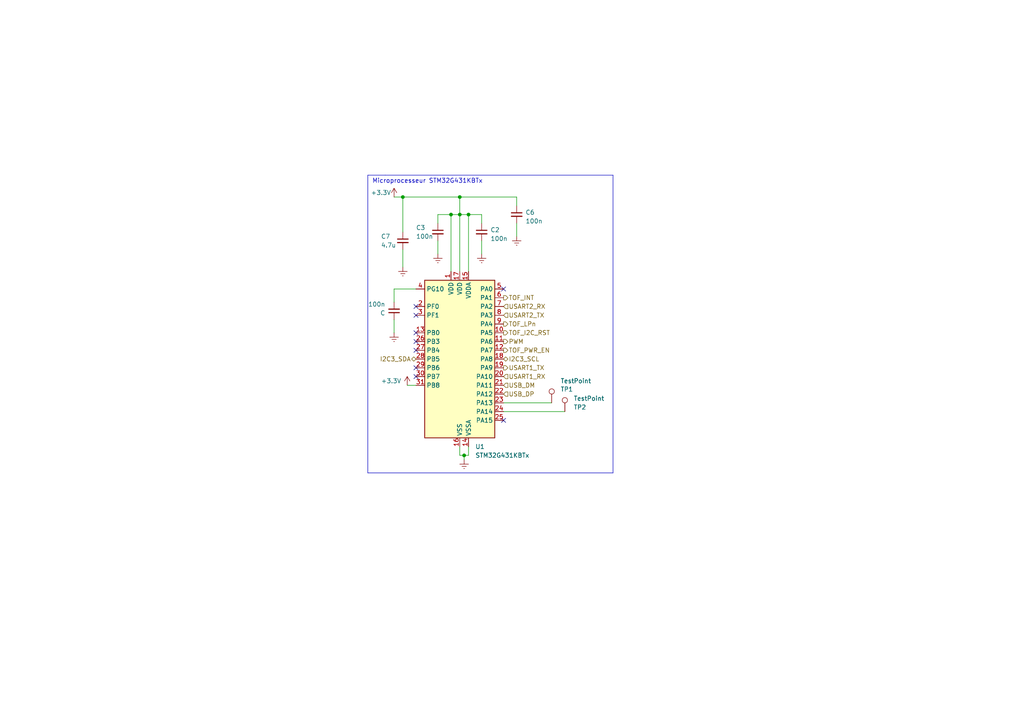
<source format=kicad_sch>
(kicad_sch (version 20230121) (generator eeschema)
  (paper "A4")
  (lib_symbols
    (symbol "Connector:TestPoint" (pin_numbers hide) (pin_names (offset 0.762) hide)
      (property "Reference" "TP" (at 0 6.858 0))
      (property "Value" "TestPoint" (at 0 5.08 0))
      (symbol "TestPoint_0_1"
        (circle (center 0 3.302) (radius 0.762))
      )
      (symbol "TestPoint_1_1"
        (pin passive line (at 0 0 90) (length 2.54) (name "1") (number "1"))
      )
    )
    (symbol "Device:C_Small" (pin_numbers hide) (pin_names (offset 0.254) hide)
      (property "Reference" "C" (at 0.254 1.778 0))
      (property "Value" "C_Small" (at 0.254 -2.032 0))
      (symbol "C_Small_0_1"
        (polyline (pts (xy -1.524 -0.508) (xy 1.524 -0.508)) (stroke (width 0.3302)))
        (polyline (pts (xy -1.524 0.508) (xy 1.524 0.508)) (stroke (width 0.3048)))
      )
      (symbol "C_Small_1_1"
        (pin passive line (at 0 2.54 270) (length 2.032) (name "~") (number "1"))
        (pin passive line (at 0 -2.54 90) (length 2.032) (name "~") (number "2"))
      )
    )
    (symbol "MCU_ST_STM32G4:STM32G431KBTx"
      (property "Reference" "U" (at -10.16 24.13 0))
      (property "Value" "STM32G431KBTx" (at 5.08 24.13 0))
      (symbol "STM32G431KBTx_0_1"
        (rectangle (start -10.16 -22.86) (end 10.16 22.86) (stroke (width 0.254)) (fill (type background)))
      )
      (symbol "STM32G431KBTx_1_1"
        (pin power_in line (at -2.54 25.4 270) (length 2.54) (name "VDD") (number "1"))
        (pin bidirectional line (at 12.7 7.62 180) (length 2.54) (name "PA5") (number "10"))
        (pin bidirectional line (at 12.7 5.08 180) (length 2.54) (name "PA6") (number "11"))
        (pin bidirectional line (at 12.7 2.54 180) (length 2.54) (name "PA7") (number "12"))
        (pin bidirectional line (at -12.7 7.62 0) (length 2.54) (name "PB0") (number "13"))
        (pin power_in line (at 2.54 -25.4 90) (length 2.54) (name "VSSA") (number "14"))
        (pin power_in line (at 2.54 25.4 270) (length 2.54) (name "VDDA") (number "15"))
        (pin power_in line (at 0 -25.4 90) (length 2.54) (name "VSS") (number "16"))
        (pin power_in line (at 0 25.4 270) (length 2.54) (name "VDD") (number "17"))
        (pin bidirectional line (at 12.7 0 180) (length 2.54) (name "PA8") (number "18"))
        (pin bidirectional line (at 12.7 -2.54 180) (length 2.54) (name "PA9") (number "19"))
        (pin bidirectional line (at -12.7 15.24 0) (length 2.54) (name "PF0") (number "2"))
        (pin bidirectional line (at 12.7 -5.08 180) (length 2.54) (name "PA10") (number "20"))
        (pin bidirectional line (at 12.7 -7.62 180) (length 2.54) (name "PA11") (number "21"))
        (pin bidirectional line (at 12.7 -10.16 180) (length 2.54) (name "PA12") (number "22"))
        (pin bidirectional line (at 12.7 -12.7 180) (length 2.54) (name "PA13") (number "23"))
        (pin bidirectional line (at 12.7 -15.24 180) (length 2.54) (name "PA14") (number "24"))
        (pin bidirectional line (at 12.7 -17.78 180) (length 2.54) (name "PA15") (number "25"))
        (pin bidirectional line (at -12.7 5.08 0) (length 2.54) (name "PB3") (number "26"))
        (pin bidirectional line (at -12.7 2.54 0) (length 2.54) (name "PB4") (number "27"))
        (pin bidirectional line (at -12.7 0 0) (length 2.54) (name "PB5") (number "28"))
        (pin bidirectional line (at -12.7 -2.54 0) (length 2.54) (name "PB6") (number "29"))
        (pin bidirectional line (at -12.7 12.7 0) (length 2.54) (name "PF1") (number "3"))
        (pin bidirectional line (at -12.7 -5.08 0) (length 2.54) (name "PB7") (number "30"))
        (pin bidirectional line (at -12.7 -7.62 0) (length 2.54) (name "PB8") (number "31"))
        (pin passive line (at 0 -25.4 90) (length 2.54) hide (name "VSS") (number "32"))
        (pin bidirectional line (at -12.7 20.32 0) (length 2.54) (name "PG10") (number "4"))
        (pin bidirectional line (at 12.7 20.32 180) (length 2.54) (name "PA0") (number "5"))
        (pin bidirectional line (at 12.7 17.78 180) (length 2.54) (name "PA1") (number "6"))
        (pin bidirectional line (at 12.7 15.24 180) (length 2.54) (name "PA2") (number "7"))
        (pin bidirectional line (at 12.7 12.7 180) (length 2.54) (name "PA3") (number "8"))
        (pin bidirectional line (at 12.7 10.16 180) (length 2.54) (name "PA4") (number "9"))
      )
    )
    (symbol "power:+3.3V" (power) (pin_names (offset 0))
      (property "Value" "+3.3V" (at 0 3.556 0))
      (symbol "+3.3V_0_1"
        (polyline (pts (xy -0.762 1.27) (xy 0 2.54)))
        (polyline (pts (xy 0 0) (xy 0 2.54)))
        (polyline (pts (xy 0 2.54) (xy 0.762 1.27)))
      )
      (symbol "+3.3V_1_1"
        (pin power_in line (at 0 0 90) (length 0) hide (name "+3.3V") (number "1"))
      )
    )
    (symbol "power:Earth" (power) (pin_names (offset 0))
      (symbol "Earth_0_1"
        (polyline (pts (xy -0.635 -1.905) (xy 0.635 -1.905)))
        (polyline (pts (xy -0.127 -2.54) (xy 0.127 -2.54)))
        (polyline (pts (xy 0 -1.27) (xy 0 0)))
        (polyline (pts (xy 1.27 -1.27) (xy -1.27 -1.27)))
      )
      (symbol "Earth_1_1"
        (pin power_in line (at 0 0 270) (length 0) hide (name "Earth") (number "1"))
      )
    )
  )
  (junction (at 133.35 62.23))
  (junction (at 134.62 132.08))
  (junction (at 116.84 57.15))
  (junction (at 130.81 62.23))
  (junction (at 135.89 62.23))
  (junction (at 133.35 57.15))
  (no_connect (at 146.05 121.92))
  (no_connect (at 120.65 106.68))
  (no_connect (at 120.65 91.44))
  (no_connect (at 120.65 96.52))
  (no_connect (at 120.65 101.6))
  (no_connect (at 146.05 83.82))
  (no_connect (at 120.65 99.06))
  (no_connect (at 120.65 109.22))
  (no_connect (at 120.65 88.9))
  (polyline (pts (xy 111.76 50.8) (xy 177.8 50.8)))
  (wire (pts (xy 116.84 57.15) (xy 116.84 67.31)))
  (wire (pts (xy 146.05 116.84) (xy 160.02 116.84)))
  (wire (pts (xy 133.35 62.23) (xy 135.89 62.23)))
  (wire (pts (xy 134.62 132.08) (xy 134.62 133.35)))
  (wire (pts (xy 114.3 83.82) (xy 114.3 87.63)))
  (wire (pts (xy 135.89 132.08) (xy 134.62 132.08)))
  (wire (pts (xy 114.3 96.52) (xy 114.3 92.71)))
  (wire (pts (xy 135.89 62.23) (xy 135.89 78.74)))
  (wire (pts (xy 127 64.77) (xy 127 62.23)))
  (wire (pts (xy 146.05 119.38) (xy 163.83 119.38)))
  (wire (pts (xy 127 69.85) (xy 127 73.66)))
  (wire (pts (xy 133.35 132.08) (xy 134.62 132.08)))
  (wire (pts (xy 139.7 64.77) (xy 139.7 62.23)))
  (wire (pts (xy 114.3 57.15) (xy 116.84 57.15)))
  (wire (pts (xy 130.81 62.23) (xy 130.81 78.74)))
  (polyline (pts (xy 106.68 137.16) (xy 106.68 50.8)))
  (wire (pts (xy 133.35 62.23) (xy 133.35 78.74)))
  (wire (pts (xy 118.11 111.76) (xy 120.65 111.76)))
  (wire (pts (xy 149.86 57.15) (xy 133.35 57.15)))
  (wire (pts (xy 135.89 62.23) (xy 139.7 62.23)))
  (polyline (pts (xy 177.8 137.16) (xy 106.68 137.16)))
  (wire (pts (xy 114.3 83.82) (xy 120.65 83.82)))
  (wire (pts (xy 149.86 59.69) (xy 149.86 57.15)))
  (wire (pts (xy 149.86 64.77) (xy 149.86 68.58)))
  (wire (pts (xy 127 62.23) (xy 130.81 62.23)))
  (wire (pts (xy 139.7 69.85) (xy 139.7 73.66)))
  (wire (pts (xy 135.89 129.54) (xy 135.89 132.08)))
  (wire (pts (xy 133.35 57.15) (xy 133.35 62.23)))
  (wire (pts (xy 116.84 57.15) (xy 133.35 57.15)))
  (wire (pts (xy 133.35 129.54) (xy 133.35 132.08)))
  (wire (pts (xy 130.81 62.23) (xy 133.35 62.23)))
  (polyline (pts (xy 106.68 50.8) (xy 111.76 50.8)))
  (wire (pts (xy 116.84 72.39) (xy 116.84 77.47)))
  (polyline (pts (xy 177.8 50.8) (xy 177.8 137.16)))
  (text "Microprocesseur STM32G431KBTx" (at 107.95 53.34 0) (effects (font (size 1.27 1.27)) (justify left bottom)))
  (hierarchical_label "TOF_I2C_RST" (shape output) (at 146.05 96.52 0))
  (hierarchical_label "I2C3_SDA" (shape bidirectional) (at 120.65 104.14 180))
  (hierarchical_label "USART2_RX" (shape input) (at 146.05 88.9 0))
  (hierarchical_label "PWM" (shape output) (at 146.05 99.06 0))
  (hierarchical_label "USART1_TX" (shape output) (at 146.05 106.68 0))
  (hierarchical_label "USART1_RX" (shape input) (at 146.05 109.22 0))
  (hierarchical_label "TOF_LPn" (shape output) (at 146.05 93.98 0))
  (hierarchical_label "I2C3_SCL" (shape bidirectional) (at 146.05 104.14 0))
  (hierarchical_label "USB_DP" (shape input) (at 146.05 114.3 0))
  (hierarchical_label "USART2_TX" (shape input) (at 146.05 91.44 0))
  (hierarchical_label "TOF_INT" (shape output) (at 146.05 86.36 0))
  (hierarchical_label "TOF_PWR_EN" (shape output) (at 146.05 101.6 0))
  (hierarchical_label "USB_DM" (shape input) (at 146.05 111.76 0))
  (symbol (lib_id "power:Earth") (at 116.84 77.47 0) (unit 1)
    (property "Reference" "#PWR011" (effects hide))
    (property "Value" "Earth" (effects hide))
    (instances (project "Projet_Controler" (path "" (reference "#PWR011") (unit 1)) (path "" (reference "#PWR022") (unit 1))))
  )
  (symbol (lib_id "Connector:TestPoint") (at 160.02 116.84 0) (unit 1)
    (property "Reference" "TP1" (at 162.56 112.903 0) (effects (justify left)))
    (property "Value" "TestPoint" (at 162.56 110.49 0) (effects (justify left)))
    (property "Footprint" "TestPoint:TestPoint_Pad_D1.5mm" (effects hide))
    (instances (project "Projet_Controler" (path "" (reference "TP1") (unit 1)) (path "" (reference "SWDIO") (unit 1))))
  )
  (symbol (lib_id "Device:C_Small") (at 114.3 90.17 180) (unit 1)
    (property "Reference" "C" (at 111.76 90.7987 0) (effects (justify left)))
    (property "Value" "100n" (at 111.76 88.2587 0) (effects (justify left)))
    (instances (project "Projet_Controler" (path "" (reference "C") (unit 1)) (path "" (reference "C9") (unit 1))))
  )
  (symbol (lib_id "Device:C_Small") (at 149.86 62.23 0) (unit 1)
    (property "Reference" "C6" (at 152.4 61.6013 0) (effects (justify left)))
    (property "Value" "100n" (at 152.4 64.1413 0) (effects (justify left)))
    (instances (project "Projet_Controler" (path "" (reference "C6") (unit 1)) (path "" (reference "C14") (unit 1))))
  )
  (symbol (lib_id "power:Earth") (at 114.3 96.52 0) (unit 1)
    (property "Reference" "#PWR010" (effects hide))
    (property "Value" "Earth" (effects hide))
    (instances (project "Projet_Controler" (path "" (reference "#PWR010") (unit 1)) (path "" (reference "#PWR021") (unit 1))))
  )
  (symbol (lib_id "Device:C_Small") (at 116.84 69.85 0) (unit 1)
    (property "Reference" "C7" (at 110.49 68.58 0) (effects (justify left)))
    (property "Value" "4.7u" (at 110.49 71.12 0) (effects (justify left)))
    (instances (project "Projet_Controler" (path "" (reference "C7") (unit 1)) (path "" (reference "C11") (unit 1))))
  )
  (symbol (lib_id "power:Earth") (at 134.62 133.35 0) (unit 1)
    (property "Reference" "#PWR09" (effects hide))
    (property "Value" "Earth" (effects hide))
    (instances (project "Projet_Controler" (path "" (reference "#PWR09") (unit 1)) (path "" (reference "#PWR025") (unit 1))))
  )
  (symbol (lib_id "power:Earth") (at 127 73.66 0) (unit 1)
    (property "Reference" "#PWR012" (effects hide))
    (property "Value" "Earth" (effects hide))
    (instances (project "Projet_Controler" (path "" (reference "#PWR012") (unit 1)) (path "" (reference "#PWR024") (unit 1))))
  )
  (symbol (lib_id "power:Earth") (at 139.7 73.66 0) (unit 1)
    (property "Reference" "#PWR013" (effects hide))
    (property "Value" "Earth" (effects hide))
    (instances (project "Projet_Controler" (path "" (reference "#PWR013") (unit 1)) (path "" (reference "#PWR026") (unit 1))))
  )
  (symbol (lib_id "Connector:TestPoint") (at 163.83 119.38 0) (unit 1)
    (property "Reference" "TP2" (at 166.37 118.11 0) (effects (justify left)))
    (property "Value" "TestPoint" (at 166.37 115.57 0) (effects (justify left)))
    (property "Footprint" "TestPoint:TestPoint_Pad_D1.5mm" (effects hide))
    (instances (project "Projet_Controler" (path "" (reference "TP2") (unit 1)) (path "" (reference "SWCLK") (unit 1))))
  )
  (symbol (lib_id "power:+3.3V") (at 118.11 111.76 0) (unit 1)
    (property "Reference" "#PWR015" (effects hide))
    (property "Value" "+3.3V" (at 110.49 110.49 0) (effects (justify left)))
    (instances (project "Projet_Controler" (path "" (reference "#PWR015") (unit 1)) (path "" (reference "#PWR023") (unit 1))))
  )
  (symbol (lib_id "power:+3.3V") (at 114.3 57.15 0) (unit 1)
    (property "Reference" "#PWR013" (effects hide))
    (property "Value" "+3.3V" (at 110.49 55.88 0))
  )
  (symbol (lib_id "power:Earth") (at 149.86 68.58 0) (unit 1)
    (property "Reference" "#PWR014" (effects hide))
    (property "Value" "Earth" (effects hide))
    (instances (project "Projet_Controler" (path "" (reference "#PWR014") (unit 1)) (path "" (reference "#PWR027") (unit 1))))
  )
  (symbol (lib_id "Device:C_Small") (at 139.7 67.31 0) (unit 1)
    (property "Reference" "C2" (at 142.24 66.6813 0) (effects (justify left)))
    (property "Value" "100n" (at 142.24 69.2213 0) (effects (justify left)))
    (instances (project "Projet_Controler" (path "" (reference "C2") (unit 1)) (path "" (reference "C13") (unit 1))))
  )
  (symbol (lib_id "Device:C_Small") (at 127 67.31 0) (unit 1)
    (property "Reference" "C3" (at 120.65 66.04 0) (effects (justify left)))
    (property "Value" "100n" (at 120.65 68.58 0) (effects (justify left)))
    (instances (project "Projet_Controler" (path "" (reference "C3") (unit 1)) (path "" (reference "C12") (unit 1))))
  )
  (symbol (lib_id "MCU_ST_STM32G4:STM32G431KBTx") (at 133.35 104.14 0) (unit 1)
    (property "Reference" "U1" (at 137.8459 129.54 0) (effects (justify left)))
    (property "Value" "STM32G431KBTx" (at 137.8459 132.08 0) (effects (justify left)))
    (property "Footprint" "Package_QFP:LQFP-32_7x7mm_P0.8mm" (effects hide))
    (property "Datasheet" "https://www.st.com/resource/en/datasheet/stm32g431kb.pdf" (effects hide))
    (instances (project "Projet_Controler" (path "" (reference "U1") (unit 1)) (path "" (reference "U3") (unit 1))))
  )
)
</source>
